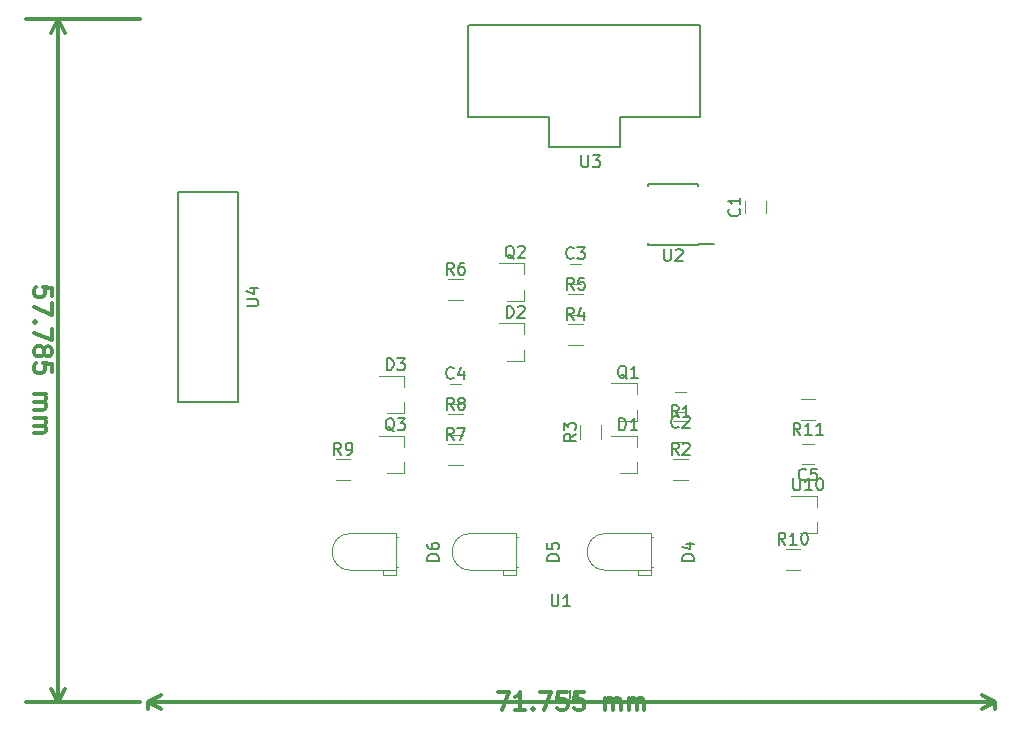
<source format=gto>
G04 #@! TF.FileFunction,Legend,Top*
%FSLAX46Y46*%
G04 Gerber Fmt 4.6, Leading zero omitted, Abs format (unit mm)*
G04 Created by KiCad (PCBNEW 4.0.7) date 10/31/17 21:38:08*
%MOMM*%
%LPD*%
G01*
G04 APERTURE LIST*
%ADD10C,0.100000*%
%ADD11C,0.300000*%
%ADD12C,0.120000*%
%ADD13C,0.150000*%
G04 APERTURE END LIST*
D10*
D11*
X132821429Y-99663930D02*
X132821429Y-98949644D01*
X132107143Y-98878215D01*
X132178571Y-98949644D01*
X132250000Y-99092501D01*
X132250000Y-99449644D01*
X132178571Y-99592501D01*
X132107143Y-99663930D01*
X131964286Y-99735358D01*
X131607143Y-99735358D01*
X131464286Y-99663930D01*
X131392857Y-99592501D01*
X131321429Y-99449644D01*
X131321429Y-99092501D01*
X131392857Y-98949644D01*
X131464286Y-98878215D01*
X132821429Y-100235358D02*
X132821429Y-101235358D01*
X131321429Y-100592501D01*
X131464286Y-101806786D02*
X131392857Y-101878214D01*
X131321429Y-101806786D01*
X131392857Y-101735357D01*
X131464286Y-101806786D01*
X131321429Y-101806786D01*
X132821429Y-102378215D02*
X132821429Y-103378215D01*
X131321429Y-102735358D01*
X132178571Y-104163929D02*
X132250000Y-104021071D01*
X132321429Y-103949643D01*
X132464286Y-103878214D01*
X132535714Y-103878214D01*
X132678571Y-103949643D01*
X132750000Y-104021071D01*
X132821429Y-104163929D01*
X132821429Y-104449643D01*
X132750000Y-104592500D01*
X132678571Y-104663929D01*
X132535714Y-104735357D01*
X132464286Y-104735357D01*
X132321429Y-104663929D01*
X132250000Y-104592500D01*
X132178571Y-104449643D01*
X132178571Y-104163929D01*
X132107143Y-104021071D01*
X132035714Y-103949643D01*
X131892857Y-103878214D01*
X131607143Y-103878214D01*
X131464286Y-103949643D01*
X131392857Y-104021071D01*
X131321429Y-104163929D01*
X131321429Y-104449643D01*
X131392857Y-104592500D01*
X131464286Y-104663929D01*
X131607143Y-104735357D01*
X131892857Y-104735357D01*
X132035714Y-104663929D01*
X132107143Y-104592500D01*
X132178571Y-104449643D01*
X132821429Y-106092500D02*
X132821429Y-105378214D01*
X132107143Y-105306785D01*
X132178571Y-105378214D01*
X132250000Y-105521071D01*
X132250000Y-105878214D01*
X132178571Y-106021071D01*
X132107143Y-106092500D01*
X131964286Y-106163928D01*
X131607143Y-106163928D01*
X131464286Y-106092500D01*
X131392857Y-106021071D01*
X131321429Y-105878214D01*
X131321429Y-105521071D01*
X131392857Y-105378214D01*
X131464286Y-105306785D01*
X131321429Y-107949642D02*
X132321429Y-107949642D01*
X132178571Y-107949642D02*
X132250000Y-108021070D01*
X132321429Y-108163928D01*
X132321429Y-108378213D01*
X132250000Y-108521070D01*
X132107143Y-108592499D01*
X131321429Y-108592499D01*
X132107143Y-108592499D02*
X132250000Y-108663928D01*
X132321429Y-108806785D01*
X132321429Y-109021070D01*
X132250000Y-109163928D01*
X132107143Y-109235356D01*
X131321429Y-109235356D01*
X131321429Y-109949642D02*
X132321429Y-109949642D01*
X132178571Y-109949642D02*
X132250000Y-110021070D01*
X132321429Y-110163928D01*
X132321429Y-110378213D01*
X132250000Y-110521070D01*
X132107143Y-110592499D01*
X131321429Y-110592499D01*
X132107143Y-110592499D02*
X132250000Y-110663928D01*
X132321429Y-110806785D01*
X132321429Y-111021070D01*
X132250000Y-111163928D01*
X132107143Y-111235356D01*
X131321429Y-111235356D01*
X133350000Y-76200000D02*
X133350000Y-133985000D01*
X140335000Y-76200000D02*
X130650000Y-76200000D01*
X140335000Y-133985000D02*
X130650000Y-133985000D01*
X133350000Y-133985000D02*
X132763579Y-132858496D01*
X133350000Y-133985000D02*
X133936421Y-132858496D01*
X133350000Y-76200000D02*
X132763579Y-77326504D01*
X133350000Y-76200000D02*
X133936421Y-77326504D01*
X170561787Y-133163571D02*
X171561787Y-133163571D01*
X170918930Y-134663571D01*
X172918929Y-134663571D02*
X172061786Y-134663571D01*
X172490358Y-134663571D02*
X172490358Y-133163571D01*
X172347501Y-133377857D01*
X172204643Y-133520714D01*
X172061786Y-133592143D01*
X173561786Y-134520714D02*
X173633214Y-134592143D01*
X173561786Y-134663571D01*
X173490357Y-134592143D01*
X173561786Y-134520714D01*
X173561786Y-134663571D01*
X174133215Y-133163571D02*
X175133215Y-133163571D01*
X174490358Y-134663571D01*
X176418929Y-133163571D02*
X175704643Y-133163571D01*
X175633214Y-133877857D01*
X175704643Y-133806429D01*
X175847500Y-133735000D01*
X176204643Y-133735000D01*
X176347500Y-133806429D01*
X176418929Y-133877857D01*
X176490357Y-134020714D01*
X176490357Y-134377857D01*
X176418929Y-134520714D01*
X176347500Y-134592143D01*
X176204643Y-134663571D01*
X175847500Y-134663571D01*
X175704643Y-134592143D01*
X175633214Y-134520714D01*
X177847500Y-133163571D02*
X177133214Y-133163571D01*
X177061785Y-133877857D01*
X177133214Y-133806429D01*
X177276071Y-133735000D01*
X177633214Y-133735000D01*
X177776071Y-133806429D01*
X177847500Y-133877857D01*
X177918928Y-134020714D01*
X177918928Y-134377857D01*
X177847500Y-134520714D01*
X177776071Y-134592143D01*
X177633214Y-134663571D01*
X177276071Y-134663571D01*
X177133214Y-134592143D01*
X177061785Y-134520714D01*
X179704642Y-134663571D02*
X179704642Y-133663571D01*
X179704642Y-133806429D02*
X179776070Y-133735000D01*
X179918928Y-133663571D01*
X180133213Y-133663571D01*
X180276070Y-133735000D01*
X180347499Y-133877857D01*
X180347499Y-134663571D01*
X180347499Y-133877857D02*
X180418928Y-133735000D01*
X180561785Y-133663571D01*
X180776070Y-133663571D01*
X180918928Y-133735000D01*
X180990356Y-133877857D01*
X180990356Y-134663571D01*
X181704642Y-134663571D02*
X181704642Y-133663571D01*
X181704642Y-133806429D02*
X181776070Y-133735000D01*
X181918928Y-133663571D01*
X182133213Y-133663571D01*
X182276070Y-133735000D01*
X182347499Y-133877857D01*
X182347499Y-134663571D01*
X182347499Y-133877857D02*
X182418928Y-133735000D01*
X182561785Y-133663571D01*
X182776070Y-133663571D01*
X182918928Y-133735000D01*
X182990356Y-133877857D01*
X182990356Y-134663571D01*
X140970000Y-133985000D02*
X212725000Y-133985000D01*
X140970000Y-134620000D02*
X140970000Y-133985000D01*
X212725000Y-134620000D02*
X212725000Y-133985000D01*
X212725000Y-133985000D02*
X211598496Y-134571421D01*
X212725000Y-133985000D02*
X211598496Y-133398579D01*
X140970000Y-133985000D02*
X142096504Y-134571421D01*
X140970000Y-133985000D02*
X142096504Y-133398579D01*
D12*
X191555000Y-91575000D02*
X191555000Y-92575000D01*
X193255000Y-92575000D02*
X193255000Y-91575000D01*
X185555000Y-109435000D02*
X186555000Y-109435000D01*
X186555000Y-107735000D02*
X185555000Y-107735000D01*
X177665000Y-96940000D02*
X176665000Y-96940000D01*
X176665000Y-98640000D02*
X177665000Y-98640000D01*
X167505000Y-107100000D02*
X166505000Y-107100000D01*
X166505000Y-108800000D02*
X167505000Y-108800000D01*
X196350000Y-113880000D02*
X197350000Y-113880000D01*
X197350000Y-112180000D02*
X196350000Y-112180000D01*
X186655000Y-112005000D02*
X185455000Y-112005000D01*
X185455000Y-110245000D02*
X186655000Y-110245000D01*
X186655000Y-115180000D02*
X185455000Y-115180000D01*
X185455000Y-113420000D02*
X186655000Y-113420000D01*
X179315000Y-110525000D02*
X179315000Y-111725000D01*
X177555000Y-111725000D02*
X177555000Y-110525000D01*
X177765000Y-103750000D02*
X176565000Y-103750000D01*
X176565000Y-101990000D02*
X177765000Y-101990000D01*
X177765000Y-101210000D02*
X176565000Y-101210000D01*
X176565000Y-99450000D02*
X177765000Y-99450000D01*
X167605000Y-99940000D02*
X166405000Y-99940000D01*
X166405000Y-98180000D02*
X167605000Y-98180000D01*
X167605000Y-113910000D02*
X166405000Y-113910000D01*
X166405000Y-112150000D02*
X167605000Y-112150000D01*
X167605000Y-111370000D02*
X166405000Y-111370000D01*
X166405000Y-109610000D02*
X167605000Y-109610000D01*
X158080000Y-115180000D02*
X156880000Y-115180000D01*
X156880000Y-113420000D02*
X158080000Y-113420000D01*
X196180000Y-122800000D02*
X194980000Y-122800000D01*
X194980000Y-121040000D02*
X196180000Y-121040000D01*
X196250000Y-108340000D02*
X197450000Y-108340000D01*
X197450000Y-110100000D02*
X196250000Y-110100000D01*
D13*
X187495000Y-95285000D02*
X187495000Y-95235000D01*
X183345000Y-95285000D02*
X183345000Y-95140000D01*
X183345000Y-90135000D02*
X183345000Y-90280000D01*
X187495000Y-90135000D02*
X187495000Y-90280000D01*
X187495000Y-95285000D02*
X183345000Y-95285000D01*
X187495000Y-90135000D02*
X183345000Y-90135000D01*
X187495000Y-95235000D02*
X188895000Y-95235000D01*
X168185000Y-76685000D02*
X187685000Y-76685000D01*
X168545000Y-84455000D02*
X174895000Y-84455000D01*
X174895000Y-84455000D02*
X174895000Y-86995000D01*
X174895000Y-86995000D02*
X180975000Y-86995000D01*
X180975000Y-86995000D02*
X180975000Y-84455000D01*
X180975000Y-84455000D02*
X187685000Y-84455000D01*
X187685000Y-84455000D02*
X187685000Y-76685000D01*
X168095000Y-76685000D02*
X168095000Y-84455000D01*
X168185000Y-84455000D02*
X169545000Y-84455000D01*
D12*
X182370000Y-114610000D02*
X182370000Y-113680000D01*
X182370000Y-111450000D02*
X182370000Y-112380000D01*
X182370000Y-111450000D02*
X180210000Y-111450000D01*
X182370000Y-114610000D02*
X180910000Y-114610000D01*
X172845000Y-105085000D02*
X172845000Y-104155000D01*
X172845000Y-101925000D02*
X172845000Y-102855000D01*
X172845000Y-101925000D02*
X170685000Y-101925000D01*
X172845000Y-105085000D02*
X171385000Y-105085000D01*
X162685000Y-109530000D02*
X162685000Y-108600000D01*
X162685000Y-106370000D02*
X162685000Y-107300000D01*
X162685000Y-106370000D02*
X160525000Y-106370000D01*
X162685000Y-109530000D02*
X161225000Y-109530000D01*
X182370000Y-110165000D02*
X182370000Y-109235000D01*
X182370000Y-107005000D02*
X182370000Y-107935000D01*
X182370000Y-107005000D02*
X180210000Y-107005000D01*
X182370000Y-110165000D02*
X180910000Y-110165000D01*
X172845000Y-100005000D02*
X172845000Y-99075000D01*
X172845000Y-96845000D02*
X172845000Y-97775000D01*
X172845000Y-96845000D02*
X170685000Y-96845000D01*
X172845000Y-100005000D02*
X171385000Y-100005000D01*
X162685000Y-114610000D02*
X162685000Y-113680000D01*
X162685000Y-111450000D02*
X162685000Y-112380000D01*
X162685000Y-111450000D02*
X160525000Y-111450000D01*
X162685000Y-114610000D02*
X161225000Y-114610000D01*
D13*
X143510000Y-108585000D02*
X148590000Y-108585000D01*
X148590000Y-108585000D02*
X148590000Y-90805000D01*
X148590000Y-90805000D02*
X143510000Y-90805000D01*
X143510000Y-90805000D02*
X143510000Y-108585000D01*
D12*
X197610000Y-119690000D02*
X197610000Y-118760000D01*
X197610000Y-116530000D02*
X197610000Y-117460000D01*
X197610000Y-116530000D02*
X195450000Y-116530000D01*
X197610000Y-119690000D02*
X196150000Y-119690000D01*
X179715000Y-122845000D02*
G75*
G02X179715000Y-119725000I0J1560000D01*
G01*
X183575000Y-119725000D02*
X179715000Y-119725000D01*
X183575000Y-122845000D02*
X179715000Y-122845000D01*
X183575000Y-119725000D02*
X183575000Y-122845000D01*
X183575000Y-123245000D02*
X182455000Y-123245000D01*
X182455000Y-123245000D02*
X182455000Y-122845000D01*
X182455000Y-122845000D02*
X183575000Y-122845000D01*
X183575000Y-122845000D02*
X183575000Y-123245000D01*
X183705000Y-120015000D02*
X183575000Y-120015000D01*
X183575000Y-120015000D02*
X183575000Y-120015000D01*
X183575000Y-120015000D02*
X183705000Y-120015000D01*
X183705000Y-120015000D02*
X183705000Y-120015000D01*
X183705000Y-122555000D02*
X183575000Y-122555000D01*
X183575000Y-122555000D02*
X183575000Y-122555000D01*
X183575000Y-122555000D02*
X183705000Y-122555000D01*
X183705000Y-122555000D02*
X183705000Y-122555000D01*
X168285000Y-122845000D02*
G75*
G02X168285000Y-119725000I0J1560000D01*
G01*
X172145000Y-119725000D02*
X168285000Y-119725000D01*
X172145000Y-122845000D02*
X168285000Y-122845000D01*
X172145000Y-119725000D02*
X172145000Y-122845000D01*
X172145000Y-123245000D02*
X171025000Y-123245000D01*
X171025000Y-123245000D02*
X171025000Y-122845000D01*
X171025000Y-122845000D02*
X172145000Y-122845000D01*
X172145000Y-122845000D02*
X172145000Y-123245000D01*
X172275000Y-120015000D02*
X172145000Y-120015000D01*
X172145000Y-120015000D02*
X172145000Y-120015000D01*
X172145000Y-120015000D02*
X172275000Y-120015000D01*
X172275000Y-120015000D02*
X172275000Y-120015000D01*
X172275000Y-122555000D02*
X172145000Y-122555000D01*
X172145000Y-122555000D02*
X172145000Y-122555000D01*
X172145000Y-122555000D02*
X172275000Y-122555000D01*
X172275000Y-122555000D02*
X172275000Y-122555000D01*
X158125000Y-122845000D02*
G75*
G02X158125000Y-119725000I0J1560000D01*
G01*
X161985000Y-119725000D02*
X158125000Y-119725000D01*
X161985000Y-122845000D02*
X158125000Y-122845000D01*
X161985000Y-119725000D02*
X161985000Y-122845000D01*
X161985000Y-123245000D02*
X160865000Y-123245000D01*
X160865000Y-123245000D02*
X160865000Y-122845000D01*
X160865000Y-122845000D02*
X161985000Y-122845000D01*
X161985000Y-122845000D02*
X161985000Y-123245000D01*
X162115000Y-120015000D02*
X161985000Y-120015000D01*
X161985000Y-120015000D02*
X161985000Y-120015000D01*
X161985000Y-120015000D02*
X162115000Y-120015000D01*
X162115000Y-120015000D02*
X162115000Y-120015000D01*
X162115000Y-122555000D02*
X161985000Y-122555000D01*
X161985000Y-122555000D02*
X161985000Y-122555000D01*
X161985000Y-122555000D02*
X162115000Y-122555000D01*
X162115000Y-122555000D02*
X162115000Y-122555000D01*
D13*
X191012143Y-92241666D02*
X191059762Y-92289285D01*
X191107381Y-92432142D01*
X191107381Y-92527380D01*
X191059762Y-92670238D01*
X190964524Y-92765476D01*
X190869286Y-92813095D01*
X190678810Y-92860714D01*
X190535952Y-92860714D01*
X190345476Y-92813095D01*
X190250238Y-92765476D01*
X190155000Y-92670238D01*
X190107381Y-92527380D01*
X190107381Y-92432142D01*
X190155000Y-92289285D01*
X190202619Y-92241666D01*
X191107381Y-91289285D02*
X191107381Y-91860714D01*
X191107381Y-91575000D02*
X190107381Y-91575000D01*
X190250238Y-91670238D01*
X190345476Y-91765476D01*
X190393095Y-91860714D01*
X185888334Y-110692143D02*
X185840715Y-110739762D01*
X185697858Y-110787381D01*
X185602620Y-110787381D01*
X185459762Y-110739762D01*
X185364524Y-110644524D01*
X185316905Y-110549286D01*
X185269286Y-110358810D01*
X185269286Y-110215952D01*
X185316905Y-110025476D01*
X185364524Y-109930238D01*
X185459762Y-109835000D01*
X185602620Y-109787381D01*
X185697858Y-109787381D01*
X185840715Y-109835000D01*
X185888334Y-109882619D01*
X186269286Y-109882619D02*
X186316905Y-109835000D01*
X186412143Y-109787381D01*
X186650239Y-109787381D01*
X186745477Y-109835000D01*
X186793096Y-109882619D01*
X186840715Y-109977857D01*
X186840715Y-110073095D01*
X186793096Y-110215952D01*
X186221667Y-110787381D01*
X186840715Y-110787381D01*
X176998334Y-96397143D02*
X176950715Y-96444762D01*
X176807858Y-96492381D01*
X176712620Y-96492381D01*
X176569762Y-96444762D01*
X176474524Y-96349524D01*
X176426905Y-96254286D01*
X176379286Y-96063810D01*
X176379286Y-95920952D01*
X176426905Y-95730476D01*
X176474524Y-95635238D01*
X176569762Y-95540000D01*
X176712620Y-95492381D01*
X176807858Y-95492381D01*
X176950715Y-95540000D01*
X176998334Y-95587619D01*
X177331667Y-95492381D02*
X177950715Y-95492381D01*
X177617381Y-95873333D01*
X177760239Y-95873333D01*
X177855477Y-95920952D01*
X177903096Y-95968571D01*
X177950715Y-96063810D01*
X177950715Y-96301905D01*
X177903096Y-96397143D01*
X177855477Y-96444762D01*
X177760239Y-96492381D01*
X177474524Y-96492381D01*
X177379286Y-96444762D01*
X177331667Y-96397143D01*
X166838334Y-106557143D02*
X166790715Y-106604762D01*
X166647858Y-106652381D01*
X166552620Y-106652381D01*
X166409762Y-106604762D01*
X166314524Y-106509524D01*
X166266905Y-106414286D01*
X166219286Y-106223810D01*
X166219286Y-106080952D01*
X166266905Y-105890476D01*
X166314524Y-105795238D01*
X166409762Y-105700000D01*
X166552620Y-105652381D01*
X166647858Y-105652381D01*
X166790715Y-105700000D01*
X166838334Y-105747619D01*
X167695477Y-105985714D02*
X167695477Y-106652381D01*
X167457381Y-105604762D02*
X167219286Y-106319048D01*
X167838334Y-106319048D01*
X196683334Y-115137143D02*
X196635715Y-115184762D01*
X196492858Y-115232381D01*
X196397620Y-115232381D01*
X196254762Y-115184762D01*
X196159524Y-115089524D01*
X196111905Y-114994286D01*
X196064286Y-114803810D01*
X196064286Y-114660952D01*
X196111905Y-114470476D01*
X196159524Y-114375238D01*
X196254762Y-114280000D01*
X196397620Y-114232381D01*
X196492858Y-114232381D01*
X196635715Y-114280000D01*
X196683334Y-114327619D01*
X197588096Y-114232381D02*
X197111905Y-114232381D01*
X197064286Y-114708571D01*
X197111905Y-114660952D01*
X197207143Y-114613333D01*
X197445239Y-114613333D01*
X197540477Y-114660952D01*
X197588096Y-114708571D01*
X197635715Y-114803810D01*
X197635715Y-115041905D01*
X197588096Y-115137143D01*
X197540477Y-115184762D01*
X197445239Y-115232381D01*
X197207143Y-115232381D01*
X197111905Y-115184762D01*
X197064286Y-115137143D01*
X176676667Y-132952381D02*
X176676667Y-133666667D01*
X176629047Y-133809524D01*
X176533809Y-133904762D01*
X176390952Y-133952381D01*
X176295714Y-133952381D01*
X177676667Y-133952381D02*
X177105238Y-133952381D01*
X177390952Y-133952381D02*
X177390952Y-132952381D01*
X177295714Y-133095238D01*
X177200476Y-133190476D01*
X177105238Y-133238095D01*
X185888334Y-109877381D02*
X185555000Y-109401190D01*
X185316905Y-109877381D02*
X185316905Y-108877381D01*
X185697858Y-108877381D01*
X185793096Y-108925000D01*
X185840715Y-108972619D01*
X185888334Y-109067857D01*
X185888334Y-109210714D01*
X185840715Y-109305952D01*
X185793096Y-109353571D01*
X185697858Y-109401190D01*
X185316905Y-109401190D01*
X186840715Y-109877381D02*
X186269286Y-109877381D01*
X186555000Y-109877381D02*
X186555000Y-108877381D01*
X186459762Y-109020238D01*
X186364524Y-109115476D01*
X186269286Y-109163095D01*
X185888334Y-113052381D02*
X185555000Y-112576190D01*
X185316905Y-113052381D02*
X185316905Y-112052381D01*
X185697858Y-112052381D01*
X185793096Y-112100000D01*
X185840715Y-112147619D01*
X185888334Y-112242857D01*
X185888334Y-112385714D01*
X185840715Y-112480952D01*
X185793096Y-112528571D01*
X185697858Y-112576190D01*
X185316905Y-112576190D01*
X186269286Y-112147619D02*
X186316905Y-112100000D01*
X186412143Y-112052381D01*
X186650239Y-112052381D01*
X186745477Y-112100000D01*
X186793096Y-112147619D01*
X186840715Y-112242857D01*
X186840715Y-112338095D01*
X186793096Y-112480952D01*
X186221667Y-113052381D01*
X186840715Y-113052381D01*
X177187381Y-111291666D02*
X176711190Y-111625000D01*
X177187381Y-111863095D02*
X176187381Y-111863095D01*
X176187381Y-111482142D01*
X176235000Y-111386904D01*
X176282619Y-111339285D01*
X176377857Y-111291666D01*
X176520714Y-111291666D01*
X176615952Y-111339285D01*
X176663571Y-111386904D01*
X176711190Y-111482142D01*
X176711190Y-111863095D01*
X176187381Y-110958333D02*
X176187381Y-110339285D01*
X176568333Y-110672619D01*
X176568333Y-110529761D01*
X176615952Y-110434523D01*
X176663571Y-110386904D01*
X176758810Y-110339285D01*
X176996905Y-110339285D01*
X177092143Y-110386904D01*
X177139762Y-110434523D01*
X177187381Y-110529761D01*
X177187381Y-110815476D01*
X177139762Y-110910714D01*
X177092143Y-110958333D01*
X176998334Y-101622381D02*
X176665000Y-101146190D01*
X176426905Y-101622381D02*
X176426905Y-100622381D01*
X176807858Y-100622381D01*
X176903096Y-100670000D01*
X176950715Y-100717619D01*
X176998334Y-100812857D01*
X176998334Y-100955714D01*
X176950715Y-101050952D01*
X176903096Y-101098571D01*
X176807858Y-101146190D01*
X176426905Y-101146190D01*
X177855477Y-100955714D02*
X177855477Y-101622381D01*
X177617381Y-100574762D02*
X177379286Y-101289048D01*
X177998334Y-101289048D01*
X176998334Y-99082381D02*
X176665000Y-98606190D01*
X176426905Y-99082381D02*
X176426905Y-98082381D01*
X176807858Y-98082381D01*
X176903096Y-98130000D01*
X176950715Y-98177619D01*
X176998334Y-98272857D01*
X176998334Y-98415714D01*
X176950715Y-98510952D01*
X176903096Y-98558571D01*
X176807858Y-98606190D01*
X176426905Y-98606190D01*
X177903096Y-98082381D02*
X177426905Y-98082381D01*
X177379286Y-98558571D01*
X177426905Y-98510952D01*
X177522143Y-98463333D01*
X177760239Y-98463333D01*
X177855477Y-98510952D01*
X177903096Y-98558571D01*
X177950715Y-98653810D01*
X177950715Y-98891905D01*
X177903096Y-98987143D01*
X177855477Y-99034762D01*
X177760239Y-99082381D01*
X177522143Y-99082381D01*
X177426905Y-99034762D01*
X177379286Y-98987143D01*
X166838334Y-97812381D02*
X166505000Y-97336190D01*
X166266905Y-97812381D02*
X166266905Y-96812381D01*
X166647858Y-96812381D01*
X166743096Y-96860000D01*
X166790715Y-96907619D01*
X166838334Y-97002857D01*
X166838334Y-97145714D01*
X166790715Y-97240952D01*
X166743096Y-97288571D01*
X166647858Y-97336190D01*
X166266905Y-97336190D01*
X167695477Y-96812381D02*
X167505000Y-96812381D01*
X167409762Y-96860000D01*
X167362143Y-96907619D01*
X167266905Y-97050476D01*
X167219286Y-97240952D01*
X167219286Y-97621905D01*
X167266905Y-97717143D01*
X167314524Y-97764762D01*
X167409762Y-97812381D01*
X167600239Y-97812381D01*
X167695477Y-97764762D01*
X167743096Y-97717143D01*
X167790715Y-97621905D01*
X167790715Y-97383810D01*
X167743096Y-97288571D01*
X167695477Y-97240952D01*
X167600239Y-97193333D01*
X167409762Y-97193333D01*
X167314524Y-97240952D01*
X167266905Y-97288571D01*
X167219286Y-97383810D01*
X166838334Y-111782381D02*
X166505000Y-111306190D01*
X166266905Y-111782381D02*
X166266905Y-110782381D01*
X166647858Y-110782381D01*
X166743096Y-110830000D01*
X166790715Y-110877619D01*
X166838334Y-110972857D01*
X166838334Y-111115714D01*
X166790715Y-111210952D01*
X166743096Y-111258571D01*
X166647858Y-111306190D01*
X166266905Y-111306190D01*
X167171667Y-110782381D02*
X167838334Y-110782381D01*
X167409762Y-111782381D01*
X166838334Y-109242381D02*
X166505000Y-108766190D01*
X166266905Y-109242381D02*
X166266905Y-108242381D01*
X166647858Y-108242381D01*
X166743096Y-108290000D01*
X166790715Y-108337619D01*
X166838334Y-108432857D01*
X166838334Y-108575714D01*
X166790715Y-108670952D01*
X166743096Y-108718571D01*
X166647858Y-108766190D01*
X166266905Y-108766190D01*
X167409762Y-108670952D02*
X167314524Y-108623333D01*
X167266905Y-108575714D01*
X167219286Y-108480476D01*
X167219286Y-108432857D01*
X167266905Y-108337619D01*
X167314524Y-108290000D01*
X167409762Y-108242381D01*
X167600239Y-108242381D01*
X167695477Y-108290000D01*
X167743096Y-108337619D01*
X167790715Y-108432857D01*
X167790715Y-108480476D01*
X167743096Y-108575714D01*
X167695477Y-108623333D01*
X167600239Y-108670952D01*
X167409762Y-108670952D01*
X167314524Y-108718571D01*
X167266905Y-108766190D01*
X167219286Y-108861429D01*
X167219286Y-109051905D01*
X167266905Y-109147143D01*
X167314524Y-109194762D01*
X167409762Y-109242381D01*
X167600239Y-109242381D01*
X167695477Y-109194762D01*
X167743096Y-109147143D01*
X167790715Y-109051905D01*
X167790715Y-108861429D01*
X167743096Y-108766190D01*
X167695477Y-108718571D01*
X167600239Y-108670952D01*
X157313334Y-113052381D02*
X156980000Y-112576190D01*
X156741905Y-113052381D02*
X156741905Y-112052381D01*
X157122858Y-112052381D01*
X157218096Y-112100000D01*
X157265715Y-112147619D01*
X157313334Y-112242857D01*
X157313334Y-112385714D01*
X157265715Y-112480952D01*
X157218096Y-112528571D01*
X157122858Y-112576190D01*
X156741905Y-112576190D01*
X157789524Y-113052381D02*
X157980000Y-113052381D01*
X158075239Y-113004762D01*
X158122858Y-112957143D01*
X158218096Y-112814286D01*
X158265715Y-112623810D01*
X158265715Y-112242857D01*
X158218096Y-112147619D01*
X158170477Y-112100000D01*
X158075239Y-112052381D01*
X157884762Y-112052381D01*
X157789524Y-112100000D01*
X157741905Y-112147619D01*
X157694286Y-112242857D01*
X157694286Y-112480952D01*
X157741905Y-112576190D01*
X157789524Y-112623810D01*
X157884762Y-112671429D01*
X158075239Y-112671429D01*
X158170477Y-112623810D01*
X158218096Y-112576190D01*
X158265715Y-112480952D01*
X194937143Y-120672381D02*
X194603809Y-120196190D01*
X194365714Y-120672381D02*
X194365714Y-119672381D01*
X194746667Y-119672381D01*
X194841905Y-119720000D01*
X194889524Y-119767619D01*
X194937143Y-119862857D01*
X194937143Y-120005714D01*
X194889524Y-120100952D01*
X194841905Y-120148571D01*
X194746667Y-120196190D01*
X194365714Y-120196190D01*
X195889524Y-120672381D02*
X195318095Y-120672381D01*
X195603809Y-120672381D02*
X195603809Y-119672381D01*
X195508571Y-119815238D01*
X195413333Y-119910476D01*
X195318095Y-119958095D01*
X196508571Y-119672381D02*
X196603810Y-119672381D01*
X196699048Y-119720000D01*
X196746667Y-119767619D01*
X196794286Y-119862857D01*
X196841905Y-120053333D01*
X196841905Y-120291429D01*
X196794286Y-120481905D01*
X196746667Y-120577143D01*
X196699048Y-120624762D01*
X196603810Y-120672381D01*
X196508571Y-120672381D01*
X196413333Y-120624762D01*
X196365714Y-120577143D01*
X196318095Y-120481905D01*
X196270476Y-120291429D01*
X196270476Y-120053333D01*
X196318095Y-119862857D01*
X196365714Y-119767619D01*
X196413333Y-119720000D01*
X196508571Y-119672381D01*
X196207143Y-111372381D02*
X195873809Y-110896190D01*
X195635714Y-111372381D02*
X195635714Y-110372381D01*
X196016667Y-110372381D01*
X196111905Y-110420000D01*
X196159524Y-110467619D01*
X196207143Y-110562857D01*
X196207143Y-110705714D01*
X196159524Y-110800952D01*
X196111905Y-110848571D01*
X196016667Y-110896190D01*
X195635714Y-110896190D01*
X197159524Y-111372381D02*
X196588095Y-111372381D01*
X196873809Y-111372381D02*
X196873809Y-110372381D01*
X196778571Y-110515238D01*
X196683333Y-110610476D01*
X196588095Y-110658095D01*
X198111905Y-111372381D02*
X197540476Y-111372381D01*
X197826190Y-111372381D02*
X197826190Y-110372381D01*
X197730952Y-110515238D01*
X197635714Y-110610476D01*
X197540476Y-110658095D01*
X175140095Y-124887381D02*
X175140095Y-125696905D01*
X175187714Y-125792143D01*
X175235333Y-125839762D01*
X175330571Y-125887381D01*
X175521048Y-125887381D01*
X175616286Y-125839762D01*
X175663905Y-125792143D01*
X175711524Y-125696905D01*
X175711524Y-124887381D01*
X176711524Y-125887381D02*
X176140095Y-125887381D01*
X176425809Y-125887381D02*
X176425809Y-124887381D01*
X176330571Y-125030238D01*
X176235333Y-125125476D01*
X176140095Y-125173095D01*
X184658095Y-95662381D02*
X184658095Y-96471905D01*
X184705714Y-96567143D01*
X184753333Y-96614762D01*
X184848571Y-96662381D01*
X185039048Y-96662381D01*
X185134286Y-96614762D01*
X185181905Y-96567143D01*
X185229524Y-96471905D01*
X185229524Y-95662381D01*
X185658095Y-95757619D02*
X185705714Y-95710000D01*
X185800952Y-95662381D01*
X186039048Y-95662381D01*
X186134286Y-95710000D01*
X186181905Y-95757619D01*
X186229524Y-95852857D01*
X186229524Y-95948095D01*
X186181905Y-96090952D01*
X185610476Y-96662381D01*
X186229524Y-96662381D01*
X177673095Y-87717381D02*
X177673095Y-88526905D01*
X177720714Y-88622143D01*
X177768333Y-88669762D01*
X177863571Y-88717381D01*
X178054048Y-88717381D01*
X178149286Y-88669762D01*
X178196905Y-88622143D01*
X178244524Y-88526905D01*
X178244524Y-87717381D01*
X178625476Y-87717381D02*
X179244524Y-87717381D01*
X178911190Y-88098333D01*
X179054048Y-88098333D01*
X179149286Y-88145952D01*
X179196905Y-88193571D01*
X179244524Y-88288810D01*
X179244524Y-88526905D01*
X179196905Y-88622143D01*
X179149286Y-88669762D01*
X179054048Y-88717381D01*
X178768333Y-88717381D01*
X178673095Y-88669762D01*
X178625476Y-88622143D01*
X180871905Y-110982381D02*
X180871905Y-109982381D01*
X181110000Y-109982381D01*
X181252858Y-110030000D01*
X181348096Y-110125238D01*
X181395715Y-110220476D01*
X181443334Y-110410952D01*
X181443334Y-110553810D01*
X181395715Y-110744286D01*
X181348096Y-110839524D01*
X181252858Y-110934762D01*
X181110000Y-110982381D01*
X180871905Y-110982381D01*
X182395715Y-110982381D02*
X181824286Y-110982381D01*
X182110000Y-110982381D02*
X182110000Y-109982381D01*
X182014762Y-110125238D01*
X181919524Y-110220476D01*
X181824286Y-110268095D01*
X171346905Y-101457381D02*
X171346905Y-100457381D01*
X171585000Y-100457381D01*
X171727858Y-100505000D01*
X171823096Y-100600238D01*
X171870715Y-100695476D01*
X171918334Y-100885952D01*
X171918334Y-101028810D01*
X171870715Y-101219286D01*
X171823096Y-101314524D01*
X171727858Y-101409762D01*
X171585000Y-101457381D01*
X171346905Y-101457381D01*
X172299286Y-100552619D02*
X172346905Y-100505000D01*
X172442143Y-100457381D01*
X172680239Y-100457381D01*
X172775477Y-100505000D01*
X172823096Y-100552619D01*
X172870715Y-100647857D01*
X172870715Y-100743095D01*
X172823096Y-100885952D01*
X172251667Y-101457381D01*
X172870715Y-101457381D01*
X161186905Y-105902381D02*
X161186905Y-104902381D01*
X161425000Y-104902381D01*
X161567858Y-104950000D01*
X161663096Y-105045238D01*
X161710715Y-105140476D01*
X161758334Y-105330952D01*
X161758334Y-105473810D01*
X161710715Y-105664286D01*
X161663096Y-105759524D01*
X161567858Y-105854762D01*
X161425000Y-105902381D01*
X161186905Y-105902381D01*
X162091667Y-104902381D02*
X162710715Y-104902381D01*
X162377381Y-105283333D01*
X162520239Y-105283333D01*
X162615477Y-105330952D01*
X162663096Y-105378571D01*
X162710715Y-105473810D01*
X162710715Y-105711905D01*
X162663096Y-105807143D01*
X162615477Y-105854762D01*
X162520239Y-105902381D01*
X162234524Y-105902381D01*
X162139286Y-105854762D01*
X162091667Y-105807143D01*
X181514762Y-106632619D02*
X181419524Y-106585000D01*
X181324286Y-106489762D01*
X181181429Y-106346905D01*
X181086190Y-106299286D01*
X180990952Y-106299286D01*
X181038571Y-106537381D02*
X180943333Y-106489762D01*
X180848095Y-106394524D01*
X180800476Y-106204048D01*
X180800476Y-105870714D01*
X180848095Y-105680238D01*
X180943333Y-105585000D01*
X181038571Y-105537381D01*
X181229048Y-105537381D01*
X181324286Y-105585000D01*
X181419524Y-105680238D01*
X181467143Y-105870714D01*
X181467143Y-106204048D01*
X181419524Y-106394524D01*
X181324286Y-106489762D01*
X181229048Y-106537381D01*
X181038571Y-106537381D01*
X182419524Y-106537381D02*
X181848095Y-106537381D01*
X182133809Y-106537381D02*
X182133809Y-105537381D01*
X182038571Y-105680238D01*
X181943333Y-105775476D01*
X181848095Y-105823095D01*
X171989762Y-96472619D02*
X171894524Y-96425000D01*
X171799286Y-96329762D01*
X171656429Y-96186905D01*
X171561190Y-96139286D01*
X171465952Y-96139286D01*
X171513571Y-96377381D02*
X171418333Y-96329762D01*
X171323095Y-96234524D01*
X171275476Y-96044048D01*
X171275476Y-95710714D01*
X171323095Y-95520238D01*
X171418333Y-95425000D01*
X171513571Y-95377381D01*
X171704048Y-95377381D01*
X171799286Y-95425000D01*
X171894524Y-95520238D01*
X171942143Y-95710714D01*
X171942143Y-96044048D01*
X171894524Y-96234524D01*
X171799286Y-96329762D01*
X171704048Y-96377381D01*
X171513571Y-96377381D01*
X172323095Y-95472619D02*
X172370714Y-95425000D01*
X172465952Y-95377381D01*
X172704048Y-95377381D01*
X172799286Y-95425000D01*
X172846905Y-95472619D01*
X172894524Y-95567857D01*
X172894524Y-95663095D01*
X172846905Y-95805952D01*
X172275476Y-96377381D01*
X172894524Y-96377381D01*
X161829762Y-111077619D02*
X161734524Y-111030000D01*
X161639286Y-110934762D01*
X161496429Y-110791905D01*
X161401190Y-110744286D01*
X161305952Y-110744286D01*
X161353571Y-110982381D02*
X161258333Y-110934762D01*
X161163095Y-110839524D01*
X161115476Y-110649048D01*
X161115476Y-110315714D01*
X161163095Y-110125238D01*
X161258333Y-110030000D01*
X161353571Y-109982381D01*
X161544048Y-109982381D01*
X161639286Y-110030000D01*
X161734524Y-110125238D01*
X161782143Y-110315714D01*
X161782143Y-110649048D01*
X161734524Y-110839524D01*
X161639286Y-110934762D01*
X161544048Y-110982381D01*
X161353571Y-110982381D01*
X162115476Y-109982381D02*
X162734524Y-109982381D01*
X162401190Y-110363333D01*
X162544048Y-110363333D01*
X162639286Y-110410952D01*
X162686905Y-110458571D01*
X162734524Y-110553810D01*
X162734524Y-110791905D01*
X162686905Y-110887143D01*
X162639286Y-110934762D01*
X162544048Y-110982381D01*
X162258333Y-110982381D01*
X162163095Y-110934762D01*
X162115476Y-110887143D01*
X149312381Y-100456905D02*
X150121905Y-100456905D01*
X150217143Y-100409286D01*
X150264762Y-100361667D01*
X150312381Y-100266429D01*
X150312381Y-100075952D01*
X150264762Y-99980714D01*
X150217143Y-99933095D01*
X150121905Y-99885476D01*
X149312381Y-99885476D01*
X149645714Y-98980714D02*
X150312381Y-98980714D01*
X149264762Y-99218810D02*
X149979048Y-99456905D01*
X149979048Y-98837857D01*
X195611905Y-115062381D02*
X195611905Y-115871905D01*
X195659524Y-115967143D01*
X195707143Y-116014762D01*
X195802381Y-116062381D01*
X195992858Y-116062381D01*
X196088096Y-116014762D01*
X196135715Y-115967143D01*
X196183334Y-115871905D01*
X196183334Y-115062381D01*
X197183334Y-116062381D02*
X196611905Y-116062381D01*
X196897619Y-116062381D02*
X196897619Y-115062381D01*
X196802381Y-115205238D01*
X196707143Y-115300476D01*
X196611905Y-115348095D01*
X197802381Y-115062381D02*
X197897620Y-115062381D01*
X197992858Y-115110000D01*
X198040477Y-115157619D01*
X198088096Y-115252857D01*
X198135715Y-115443333D01*
X198135715Y-115681429D01*
X198088096Y-115871905D01*
X198040477Y-115967143D01*
X197992858Y-116014762D01*
X197897620Y-116062381D01*
X197802381Y-116062381D01*
X197707143Y-116014762D01*
X197659524Y-115967143D01*
X197611905Y-115871905D01*
X197564286Y-115681429D01*
X197564286Y-115443333D01*
X197611905Y-115252857D01*
X197659524Y-115157619D01*
X197707143Y-115110000D01*
X197802381Y-115062381D01*
X187197381Y-122023095D02*
X186197381Y-122023095D01*
X186197381Y-121785000D01*
X186245000Y-121642142D01*
X186340238Y-121546904D01*
X186435476Y-121499285D01*
X186625952Y-121451666D01*
X186768810Y-121451666D01*
X186959286Y-121499285D01*
X187054524Y-121546904D01*
X187149762Y-121642142D01*
X187197381Y-121785000D01*
X187197381Y-122023095D01*
X186530714Y-120594523D02*
X187197381Y-120594523D01*
X186149762Y-120832619D02*
X186864048Y-121070714D01*
X186864048Y-120451666D01*
X175767381Y-122023095D02*
X174767381Y-122023095D01*
X174767381Y-121785000D01*
X174815000Y-121642142D01*
X174910238Y-121546904D01*
X175005476Y-121499285D01*
X175195952Y-121451666D01*
X175338810Y-121451666D01*
X175529286Y-121499285D01*
X175624524Y-121546904D01*
X175719762Y-121642142D01*
X175767381Y-121785000D01*
X175767381Y-122023095D01*
X174767381Y-120546904D02*
X174767381Y-121023095D01*
X175243571Y-121070714D01*
X175195952Y-121023095D01*
X175148333Y-120927857D01*
X175148333Y-120689761D01*
X175195952Y-120594523D01*
X175243571Y-120546904D01*
X175338810Y-120499285D01*
X175576905Y-120499285D01*
X175672143Y-120546904D01*
X175719762Y-120594523D01*
X175767381Y-120689761D01*
X175767381Y-120927857D01*
X175719762Y-121023095D01*
X175672143Y-121070714D01*
X165607381Y-122023095D02*
X164607381Y-122023095D01*
X164607381Y-121785000D01*
X164655000Y-121642142D01*
X164750238Y-121546904D01*
X164845476Y-121499285D01*
X165035952Y-121451666D01*
X165178810Y-121451666D01*
X165369286Y-121499285D01*
X165464524Y-121546904D01*
X165559762Y-121642142D01*
X165607381Y-121785000D01*
X165607381Y-122023095D01*
X164607381Y-120594523D02*
X164607381Y-120785000D01*
X164655000Y-120880238D01*
X164702619Y-120927857D01*
X164845476Y-121023095D01*
X165035952Y-121070714D01*
X165416905Y-121070714D01*
X165512143Y-121023095D01*
X165559762Y-120975476D01*
X165607381Y-120880238D01*
X165607381Y-120689761D01*
X165559762Y-120594523D01*
X165512143Y-120546904D01*
X165416905Y-120499285D01*
X165178810Y-120499285D01*
X165083571Y-120546904D01*
X165035952Y-120594523D01*
X164988333Y-120689761D01*
X164988333Y-120880238D01*
X165035952Y-120975476D01*
X165083571Y-121023095D01*
X165178810Y-121070714D01*
M02*

</source>
